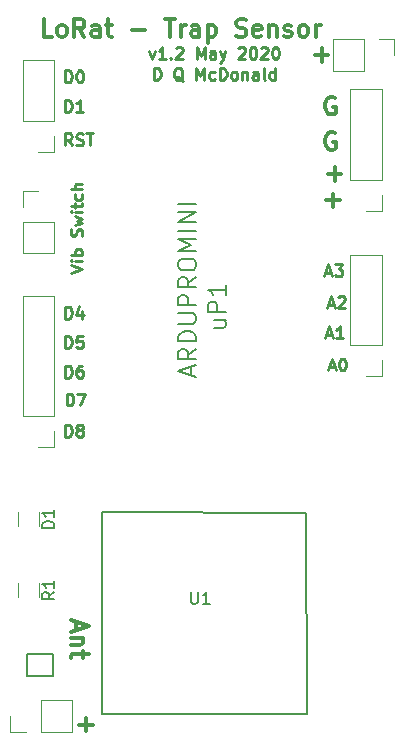
<source format=gbr>
G04 #@! TF.GenerationSoftware,KiCad,Pcbnew,(5.1.2-1)-1*
G04 #@! TF.CreationDate,2020-05-14T07:39:01+12:00*
G04 #@! TF.ProjectId,RatTrapSensorPCB,52617454-7261-4705-9365-6e736f725043,1.0*
G04 #@! TF.SameCoordinates,Original*
G04 #@! TF.FileFunction,Legend,Top*
G04 #@! TF.FilePolarity,Positive*
%FSLAX46Y46*%
G04 Gerber Fmt 4.6, Leading zero omitted, Abs format (unit mm)*
G04 Created by KiCad (PCBNEW (5.1.2-1)-1) date 2020-05-14 07:39:01*
%MOMM*%
%LPD*%
G04 APERTURE LIST*
%ADD10C,0.300000*%
%ADD11C,0.250000*%
%ADD12C,0.120000*%
%ADD13C,0.150000*%
G04 APERTURE END LIST*
D10*
X147278571Y-161382142D02*
X148421428Y-161382142D01*
X147850000Y-161953571D02*
X147850000Y-160810714D01*
X147000000Y-152660714D02*
X147000000Y-153375000D01*
X146571428Y-152517857D02*
X148071428Y-153017857D01*
X146571428Y-153517857D01*
X147571428Y-154017857D02*
X146571428Y-154017857D01*
X147428571Y-154017857D02*
X147500000Y-154089285D01*
X147571428Y-154232142D01*
X147571428Y-154446428D01*
X147500000Y-154589285D01*
X147357142Y-154660714D01*
X146571428Y-154660714D01*
X147571428Y-155160714D02*
X147571428Y-155732142D01*
X148071428Y-155375000D02*
X146785714Y-155375000D01*
X146642857Y-155446428D01*
X146571428Y-155589285D01*
X146571428Y-155732142D01*
D11*
X146086904Y-137002380D02*
X146086904Y-136002380D01*
X146325000Y-136002380D01*
X146467857Y-136050000D01*
X146563095Y-136145238D01*
X146610714Y-136240476D01*
X146658333Y-136430952D01*
X146658333Y-136573809D01*
X146610714Y-136764285D01*
X146563095Y-136859523D01*
X146467857Y-136954761D01*
X146325000Y-137002380D01*
X146086904Y-137002380D01*
X147229761Y-136430952D02*
X147134523Y-136383333D01*
X147086904Y-136335714D01*
X147039285Y-136240476D01*
X147039285Y-136192857D01*
X147086904Y-136097619D01*
X147134523Y-136050000D01*
X147229761Y-136002380D01*
X147420238Y-136002380D01*
X147515476Y-136050000D01*
X147563095Y-136097619D01*
X147610714Y-136192857D01*
X147610714Y-136240476D01*
X147563095Y-136335714D01*
X147515476Y-136383333D01*
X147420238Y-136430952D01*
X147229761Y-136430952D01*
X147134523Y-136478571D01*
X147086904Y-136526190D01*
X147039285Y-136621428D01*
X147039285Y-136811904D01*
X147086904Y-136907142D01*
X147134523Y-136954761D01*
X147229761Y-137002380D01*
X147420238Y-137002380D01*
X147515476Y-136954761D01*
X147563095Y-136907142D01*
X147610714Y-136811904D01*
X147610714Y-136621428D01*
X147563095Y-136526190D01*
X147515476Y-136478571D01*
X147420238Y-136430952D01*
X146211904Y-134352380D02*
X146211904Y-133352380D01*
X146450000Y-133352380D01*
X146592857Y-133400000D01*
X146688095Y-133495238D01*
X146735714Y-133590476D01*
X146783333Y-133780952D01*
X146783333Y-133923809D01*
X146735714Y-134114285D01*
X146688095Y-134209523D01*
X146592857Y-134304761D01*
X146450000Y-134352380D01*
X146211904Y-134352380D01*
X147116666Y-133352380D02*
X147783333Y-133352380D01*
X147354761Y-134352380D01*
X146086904Y-132002380D02*
X146086904Y-131002380D01*
X146325000Y-131002380D01*
X146467857Y-131050000D01*
X146563095Y-131145238D01*
X146610714Y-131240476D01*
X146658333Y-131430952D01*
X146658333Y-131573809D01*
X146610714Y-131764285D01*
X146563095Y-131859523D01*
X146467857Y-131954761D01*
X146325000Y-132002380D01*
X146086904Y-132002380D01*
X147515476Y-131002380D02*
X147325000Y-131002380D01*
X147229761Y-131050000D01*
X147182142Y-131097619D01*
X147086904Y-131240476D01*
X147039285Y-131430952D01*
X147039285Y-131811904D01*
X147086904Y-131907142D01*
X147134523Y-131954761D01*
X147229761Y-132002380D01*
X147420238Y-132002380D01*
X147515476Y-131954761D01*
X147563095Y-131907142D01*
X147610714Y-131811904D01*
X147610714Y-131573809D01*
X147563095Y-131478571D01*
X147515476Y-131430952D01*
X147420238Y-131383333D01*
X147229761Y-131383333D01*
X147134523Y-131430952D01*
X147086904Y-131478571D01*
X147039285Y-131573809D01*
X146086904Y-129502380D02*
X146086904Y-128502380D01*
X146325000Y-128502380D01*
X146467857Y-128550000D01*
X146563095Y-128645238D01*
X146610714Y-128740476D01*
X146658333Y-128930952D01*
X146658333Y-129073809D01*
X146610714Y-129264285D01*
X146563095Y-129359523D01*
X146467857Y-129454761D01*
X146325000Y-129502380D01*
X146086904Y-129502380D01*
X147563095Y-128502380D02*
X147086904Y-128502380D01*
X147039285Y-128978571D01*
X147086904Y-128930952D01*
X147182142Y-128883333D01*
X147420238Y-128883333D01*
X147515476Y-128930952D01*
X147563095Y-128978571D01*
X147610714Y-129073809D01*
X147610714Y-129311904D01*
X147563095Y-129407142D01*
X147515476Y-129454761D01*
X147420238Y-129502380D01*
X147182142Y-129502380D01*
X147086904Y-129454761D01*
X147039285Y-129407142D01*
X146086904Y-127002380D02*
X146086904Y-126002380D01*
X146325000Y-126002380D01*
X146467857Y-126050000D01*
X146563095Y-126145238D01*
X146610714Y-126240476D01*
X146658333Y-126430952D01*
X146658333Y-126573809D01*
X146610714Y-126764285D01*
X146563095Y-126859523D01*
X146467857Y-126954761D01*
X146325000Y-127002380D01*
X146086904Y-127002380D01*
X147515476Y-126335714D02*
X147515476Y-127002380D01*
X147277380Y-125954761D02*
X147039285Y-126669047D01*
X147658333Y-126669047D01*
X146552380Y-123109523D02*
X147552380Y-122776190D01*
X146552380Y-122442857D01*
X147552380Y-122109523D02*
X146885714Y-122109523D01*
X146552380Y-122109523D02*
X146600000Y-122157142D01*
X146647619Y-122109523D01*
X146600000Y-122061904D01*
X146552380Y-122109523D01*
X146647619Y-122109523D01*
X147552380Y-121633333D02*
X146552380Y-121633333D01*
X146933333Y-121633333D02*
X146885714Y-121538095D01*
X146885714Y-121347619D01*
X146933333Y-121252380D01*
X146980952Y-121204761D01*
X147076190Y-121157142D01*
X147361904Y-121157142D01*
X147457142Y-121204761D01*
X147504761Y-121252380D01*
X147552380Y-121347619D01*
X147552380Y-121538095D01*
X147504761Y-121633333D01*
X147504761Y-120014285D02*
X147552380Y-119871428D01*
X147552380Y-119633333D01*
X147504761Y-119538095D01*
X147457142Y-119490476D01*
X147361904Y-119442857D01*
X147266666Y-119442857D01*
X147171428Y-119490476D01*
X147123809Y-119538095D01*
X147076190Y-119633333D01*
X147028571Y-119823809D01*
X146980952Y-119919047D01*
X146933333Y-119966666D01*
X146838095Y-120014285D01*
X146742857Y-120014285D01*
X146647619Y-119966666D01*
X146600000Y-119919047D01*
X146552380Y-119823809D01*
X146552380Y-119585714D01*
X146600000Y-119442857D01*
X146885714Y-119109523D02*
X147552380Y-118919047D01*
X147076190Y-118728571D01*
X147552380Y-118538095D01*
X146885714Y-118347619D01*
X147552380Y-117966666D02*
X146885714Y-117966666D01*
X146552380Y-117966666D02*
X146600000Y-118014285D01*
X146647619Y-117966666D01*
X146600000Y-117919047D01*
X146552380Y-117966666D01*
X146647619Y-117966666D01*
X146885714Y-117633333D02*
X146885714Y-117252380D01*
X146552380Y-117490476D02*
X147409523Y-117490476D01*
X147504761Y-117442857D01*
X147552380Y-117347619D01*
X147552380Y-117252380D01*
X147504761Y-116490476D02*
X147552380Y-116585714D01*
X147552380Y-116776190D01*
X147504761Y-116871428D01*
X147457142Y-116919047D01*
X147361904Y-116966666D01*
X147076190Y-116966666D01*
X146980952Y-116919047D01*
X146933333Y-116871428D01*
X146885714Y-116776190D01*
X146885714Y-116585714D01*
X146933333Y-116490476D01*
X147552380Y-116061904D02*
X146552380Y-116061904D01*
X147552380Y-115633333D02*
X147028571Y-115633333D01*
X146933333Y-115680952D01*
X146885714Y-115776190D01*
X146885714Y-115919047D01*
X146933333Y-116014285D01*
X146980952Y-116061904D01*
X146652380Y-112327380D02*
X146319047Y-111851190D01*
X146080952Y-112327380D02*
X146080952Y-111327380D01*
X146461904Y-111327380D01*
X146557142Y-111375000D01*
X146604761Y-111422619D01*
X146652380Y-111517857D01*
X146652380Y-111660714D01*
X146604761Y-111755952D01*
X146557142Y-111803571D01*
X146461904Y-111851190D01*
X146080952Y-111851190D01*
X147033333Y-112279761D02*
X147176190Y-112327380D01*
X147414285Y-112327380D01*
X147509523Y-112279761D01*
X147557142Y-112232142D01*
X147604761Y-112136904D01*
X147604761Y-112041666D01*
X147557142Y-111946428D01*
X147509523Y-111898809D01*
X147414285Y-111851190D01*
X147223809Y-111803571D01*
X147128571Y-111755952D01*
X147080952Y-111708333D01*
X147033333Y-111613095D01*
X147033333Y-111517857D01*
X147080952Y-111422619D01*
X147128571Y-111375000D01*
X147223809Y-111327380D01*
X147461904Y-111327380D01*
X147604761Y-111375000D01*
X147890476Y-111327380D02*
X148461904Y-111327380D01*
X148176190Y-112327380D02*
X148176190Y-111327380D01*
X146086904Y-109502380D02*
X146086904Y-108502380D01*
X146325000Y-108502380D01*
X146467857Y-108550000D01*
X146563095Y-108645238D01*
X146610714Y-108740476D01*
X146658333Y-108930952D01*
X146658333Y-109073809D01*
X146610714Y-109264285D01*
X146563095Y-109359523D01*
X146467857Y-109454761D01*
X146325000Y-109502380D01*
X146086904Y-109502380D01*
X147610714Y-109502380D02*
X147039285Y-109502380D01*
X147325000Y-109502380D02*
X147325000Y-108502380D01*
X147229761Y-108645238D01*
X147134523Y-108740476D01*
X147039285Y-108788095D01*
X146086904Y-107002380D02*
X146086904Y-106002380D01*
X146325000Y-106002380D01*
X146467857Y-106050000D01*
X146563095Y-106145238D01*
X146610714Y-106240476D01*
X146658333Y-106430952D01*
X146658333Y-106573809D01*
X146610714Y-106764285D01*
X146563095Y-106859523D01*
X146467857Y-106954761D01*
X146325000Y-107002380D01*
X146086904Y-107002380D01*
X147277380Y-106002380D02*
X147372619Y-106002380D01*
X147467857Y-106050000D01*
X147515476Y-106097619D01*
X147563095Y-106192857D01*
X147610714Y-106383333D01*
X147610714Y-106621428D01*
X147563095Y-106811904D01*
X147515476Y-106907142D01*
X147467857Y-106954761D01*
X147372619Y-107002380D01*
X147277380Y-107002380D01*
X147182142Y-106954761D01*
X147134523Y-106907142D01*
X147086904Y-106811904D01*
X147039285Y-106621428D01*
X147039285Y-106383333D01*
X147086904Y-106192857D01*
X147134523Y-106097619D01*
X147182142Y-106050000D01*
X147277380Y-106002380D01*
X168435714Y-131116666D02*
X168911904Y-131116666D01*
X168340476Y-131402380D02*
X168673809Y-130402380D01*
X169007142Y-131402380D01*
X169530952Y-130402380D02*
X169626190Y-130402380D01*
X169721428Y-130450000D01*
X169769047Y-130497619D01*
X169816666Y-130592857D01*
X169864285Y-130783333D01*
X169864285Y-131021428D01*
X169816666Y-131211904D01*
X169769047Y-131307142D01*
X169721428Y-131354761D01*
X169626190Y-131402380D01*
X169530952Y-131402380D01*
X169435714Y-131354761D01*
X169388095Y-131307142D01*
X169340476Y-131211904D01*
X169292857Y-131021428D01*
X169292857Y-130783333D01*
X169340476Y-130592857D01*
X169388095Y-130497619D01*
X169435714Y-130450000D01*
X169530952Y-130402380D01*
X168185714Y-128366666D02*
X168661904Y-128366666D01*
X168090476Y-128652380D02*
X168423809Y-127652380D01*
X168757142Y-128652380D01*
X169614285Y-128652380D02*
X169042857Y-128652380D01*
X169328571Y-128652380D02*
X169328571Y-127652380D01*
X169233333Y-127795238D01*
X169138095Y-127890476D01*
X169042857Y-127938095D01*
X168335714Y-125816666D02*
X168811904Y-125816666D01*
X168240476Y-126102380D02*
X168573809Y-125102380D01*
X168907142Y-126102380D01*
X169192857Y-125197619D02*
X169240476Y-125150000D01*
X169335714Y-125102380D01*
X169573809Y-125102380D01*
X169669047Y-125150000D01*
X169716666Y-125197619D01*
X169764285Y-125292857D01*
X169764285Y-125388095D01*
X169716666Y-125530952D01*
X169145238Y-126102380D01*
X169764285Y-126102380D01*
X168135714Y-123141666D02*
X168611904Y-123141666D01*
X168040476Y-123427380D02*
X168373809Y-122427380D01*
X168707142Y-123427380D01*
X168945238Y-122427380D02*
X169564285Y-122427380D01*
X169230952Y-122808333D01*
X169373809Y-122808333D01*
X169469047Y-122855952D01*
X169516666Y-122903571D01*
X169564285Y-122998809D01*
X169564285Y-123236904D01*
X169516666Y-123332142D01*
X169469047Y-123379761D01*
X169373809Y-123427380D01*
X169088095Y-123427380D01*
X168992857Y-123379761D01*
X168945238Y-123332142D01*
D10*
X168942857Y-108300000D02*
X168800000Y-108228571D01*
X168585714Y-108228571D01*
X168371428Y-108300000D01*
X168228571Y-108442857D01*
X168157142Y-108585714D01*
X168085714Y-108871428D01*
X168085714Y-109085714D01*
X168157142Y-109371428D01*
X168228571Y-109514285D01*
X168371428Y-109657142D01*
X168585714Y-109728571D01*
X168728571Y-109728571D01*
X168942857Y-109657142D01*
X169014285Y-109585714D01*
X169014285Y-109085714D01*
X168728571Y-109085714D01*
X168942857Y-111300000D02*
X168800000Y-111228571D01*
X168585714Y-111228571D01*
X168371428Y-111300000D01*
X168228571Y-111442857D01*
X168157142Y-111585714D01*
X168085714Y-111871428D01*
X168085714Y-112085714D01*
X168157142Y-112371428D01*
X168228571Y-112514285D01*
X168371428Y-112657142D01*
X168585714Y-112728571D01*
X168728571Y-112728571D01*
X168942857Y-112657142D01*
X169014285Y-112585714D01*
X169014285Y-112085714D01*
X168728571Y-112085714D01*
X168178571Y-117007142D02*
X169321428Y-117007142D01*
X168750000Y-117578571D02*
X168750000Y-116435714D01*
X168328571Y-114782142D02*
X169471428Y-114782142D01*
X168900000Y-115353571D02*
X168900000Y-114210714D01*
X167228571Y-104707142D02*
X168371428Y-104707142D01*
X167800000Y-105278571D02*
X167800000Y-104135714D01*
D11*
X153225000Y-104360714D02*
X153463095Y-105027380D01*
X153701190Y-104360714D01*
X154605952Y-105027380D02*
X154034523Y-105027380D01*
X154320238Y-105027380D02*
X154320238Y-104027380D01*
X154225000Y-104170238D01*
X154129761Y-104265476D01*
X154034523Y-104313095D01*
X155034523Y-104932142D02*
X155082142Y-104979761D01*
X155034523Y-105027380D01*
X154986904Y-104979761D01*
X155034523Y-104932142D01*
X155034523Y-105027380D01*
X155463095Y-104122619D02*
X155510714Y-104075000D01*
X155605952Y-104027380D01*
X155844047Y-104027380D01*
X155939285Y-104075000D01*
X155986904Y-104122619D01*
X156034523Y-104217857D01*
X156034523Y-104313095D01*
X155986904Y-104455952D01*
X155415476Y-105027380D01*
X156034523Y-105027380D01*
X157225000Y-105027380D02*
X157225000Y-104027380D01*
X157558333Y-104741666D01*
X157891666Y-104027380D01*
X157891666Y-105027380D01*
X158796428Y-105027380D02*
X158796428Y-104503571D01*
X158748809Y-104408333D01*
X158653571Y-104360714D01*
X158463095Y-104360714D01*
X158367857Y-104408333D01*
X158796428Y-104979761D02*
X158701190Y-105027380D01*
X158463095Y-105027380D01*
X158367857Y-104979761D01*
X158320238Y-104884523D01*
X158320238Y-104789285D01*
X158367857Y-104694047D01*
X158463095Y-104646428D01*
X158701190Y-104646428D01*
X158796428Y-104598809D01*
X159177380Y-104360714D02*
X159415476Y-105027380D01*
X159653571Y-104360714D02*
X159415476Y-105027380D01*
X159320238Y-105265476D01*
X159272619Y-105313095D01*
X159177380Y-105360714D01*
X160748809Y-104122619D02*
X160796428Y-104075000D01*
X160891666Y-104027380D01*
X161129761Y-104027380D01*
X161225000Y-104075000D01*
X161272619Y-104122619D01*
X161320238Y-104217857D01*
X161320238Y-104313095D01*
X161272619Y-104455952D01*
X160701190Y-105027380D01*
X161320238Y-105027380D01*
X161939285Y-104027380D02*
X162034523Y-104027380D01*
X162129761Y-104075000D01*
X162177380Y-104122619D01*
X162225000Y-104217857D01*
X162272619Y-104408333D01*
X162272619Y-104646428D01*
X162225000Y-104836904D01*
X162177380Y-104932142D01*
X162129761Y-104979761D01*
X162034523Y-105027380D01*
X161939285Y-105027380D01*
X161844047Y-104979761D01*
X161796428Y-104932142D01*
X161748809Y-104836904D01*
X161701190Y-104646428D01*
X161701190Y-104408333D01*
X161748809Y-104217857D01*
X161796428Y-104122619D01*
X161844047Y-104075000D01*
X161939285Y-104027380D01*
X162653571Y-104122619D02*
X162701190Y-104075000D01*
X162796428Y-104027380D01*
X163034523Y-104027380D01*
X163129761Y-104075000D01*
X163177380Y-104122619D01*
X163225000Y-104217857D01*
X163225000Y-104313095D01*
X163177380Y-104455952D01*
X162605952Y-105027380D01*
X163225000Y-105027380D01*
X163844047Y-104027380D02*
X163939285Y-104027380D01*
X164034523Y-104075000D01*
X164082142Y-104122619D01*
X164129761Y-104217857D01*
X164177380Y-104408333D01*
X164177380Y-104646428D01*
X164129761Y-104836904D01*
X164082142Y-104932142D01*
X164034523Y-104979761D01*
X163939285Y-105027380D01*
X163844047Y-105027380D01*
X163748809Y-104979761D01*
X163701190Y-104932142D01*
X163653571Y-104836904D01*
X163605952Y-104646428D01*
X163605952Y-104408333D01*
X163653571Y-104217857D01*
X163701190Y-104122619D01*
X163748809Y-104075000D01*
X163844047Y-104027380D01*
X153605952Y-106777380D02*
X153605952Y-105777380D01*
X153844047Y-105777380D01*
X153986904Y-105825000D01*
X154082142Y-105920238D01*
X154129761Y-106015476D01*
X154177380Y-106205952D01*
X154177380Y-106348809D01*
X154129761Y-106539285D01*
X154082142Y-106634523D01*
X153986904Y-106729761D01*
X153844047Y-106777380D01*
X153605952Y-106777380D01*
X156034523Y-106872619D02*
X155939285Y-106825000D01*
X155844047Y-106729761D01*
X155701190Y-106586904D01*
X155605952Y-106539285D01*
X155510714Y-106539285D01*
X155558333Y-106777380D02*
X155463095Y-106729761D01*
X155367857Y-106634523D01*
X155320238Y-106444047D01*
X155320238Y-106110714D01*
X155367857Y-105920238D01*
X155463095Y-105825000D01*
X155558333Y-105777380D01*
X155748809Y-105777380D01*
X155844047Y-105825000D01*
X155939285Y-105920238D01*
X155986904Y-106110714D01*
X155986904Y-106444047D01*
X155939285Y-106634523D01*
X155844047Y-106729761D01*
X155748809Y-106777380D01*
X155558333Y-106777380D01*
X157177380Y-106777380D02*
X157177380Y-105777380D01*
X157510714Y-106491666D01*
X157844047Y-105777380D01*
X157844047Y-106777380D01*
X158748809Y-106729761D02*
X158653571Y-106777380D01*
X158463095Y-106777380D01*
X158367857Y-106729761D01*
X158320238Y-106682142D01*
X158272619Y-106586904D01*
X158272619Y-106301190D01*
X158320238Y-106205952D01*
X158367857Y-106158333D01*
X158463095Y-106110714D01*
X158653571Y-106110714D01*
X158748809Y-106158333D01*
X159177380Y-106777380D02*
X159177380Y-105777380D01*
X159415476Y-105777380D01*
X159558333Y-105825000D01*
X159653571Y-105920238D01*
X159701190Y-106015476D01*
X159748809Y-106205952D01*
X159748809Y-106348809D01*
X159701190Y-106539285D01*
X159653571Y-106634523D01*
X159558333Y-106729761D01*
X159415476Y-106777380D01*
X159177380Y-106777380D01*
X160320238Y-106777380D02*
X160225000Y-106729761D01*
X160177380Y-106682142D01*
X160129761Y-106586904D01*
X160129761Y-106301190D01*
X160177380Y-106205952D01*
X160225000Y-106158333D01*
X160320238Y-106110714D01*
X160463095Y-106110714D01*
X160558333Y-106158333D01*
X160605952Y-106205952D01*
X160653571Y-106301190D01*
X160653571Y-106586904D01*
X160605952Y-106682142D01*
X160558333Y-106729761D01*
X160463095Y-106777380D01*
X160320238Y-106777380D01*
X161082142Y-106110714D02*
X161082142Y-106777380D01*
X161082142Y-106205952D02*
X161129761Y-106158333D01*
X161225000Y-106110714D01*
X161367857Y-106110714D01*
X161463095Y-106158333D01*
X161510714Y-106253571D01*
X161510714Y-106777380D01*
X162415476Y-106777380D02*
X162415476Y-106253571D01*
X162367857Y-106158333D01*
X162272619Y-106110714D01*
X162082142Y-106110714D01*
X161986904Y-106158333D01*
X162415476Y-106729761D02*
X162320238Y-106777380D01*
X162082142Y-106777380D01*
X161986904Y-106729761D01*
X161939285Y-106634523D01*
X161939285Y-106539285D01*
X161986904Y-106444047D01*
X162082142Y-106396428D01*
X162320238Y-106396428D01*
X162415476Y-106348809D01*
X163034523Y-106777380D02*
X162939285Y-106729761D01*
X162891666Y-106634523D01*
X162891666Y-105777380D01*
X163844047Y-106777380D02*
X163844047Y-105777380D01*
X163844047Y-106729761D02*
X163748809Y-106777380D01*
X163558333Y-106777380D01*
X163463095Y-106729761D01*
X163415476Y-106682142D01*
X163367857Y-106586904D01*
X163367857Y-106301190D01*
X163415476Y-106205952D01*
X163463095Y-106158333D01*
X163558333Y-106110714D01*
X163748809Y-106110714D01*
X163844047Y-106158333D01*
D10*
X145007142Y-103153571D02*
X144292857Y-103153571D01*
X144292857Y-101653571D01*
X145721428Y-103153571D02*
X145578571Y-103082142D01*
X145507142Y-103010714D01*
X145435714Y-102867857D01*
X145435714Y-102439285D01*
X145507142Y-102296428D01*
X145578571Y-102225000D01*
X145721428Y-102153571D01*
X145935714Y-102153571D01*
X146078571Y-102225000D01*
X146149999Y-102296428D01*
X146221428Y-102439285D01*
X146221428Y-102867857D01*
X146149999Y-103010714D01*
X146078571Y-103082142D01*
X145935714Y-103153571D01*
X145721428Y-103153571D01*
X147721428Y-103153571D02*
X147221428Y-102439285D01*
X146864285Y-103153571D02*
X146864285Y-101653571D01*
X147435714Y-101653571D01*
X147578571Y-101725000D01*
X147649999Y-101796428D01*
X147721428Y-101939285D01*
X147721428Y-102153571D01*
X147649999Y-102296428D01*
X147578571Y-102367857D01*
X147435714Y-102439285D01*
X146864285Y-102439285D01*
X149007142Y-103153571D02*
X149007142Y-102367857D01*
X148935714Y-102225000D01*
X148792857Y-102153571D01*
X148507142Y-102153571D01*
X148364285Y-102225000D01*
X149007142Y-103082142D02*
X148864285Y-103153571D01*
X148507142Y-103153571D01*
X148364285Y-103082142D01*
X148292857Y-102939285D01*
X148292857Y-102796428D01*
X148364285Y-102653571D01*
X148507142Y-102582142D01*
X148864285Y-102582142D01*
X149007142Y-102510714D01*
X149507142Y-102153571D02*
X150078571Y-102153571D01*
X149721428Y-101653571D02*
X149721428Y-102939285D01*
X149792857Y-103082142D01*
X149935714Y-103153571D01*
X150078571Y-103153571D01*
X151721428Y-102582142D02*
X152864285Y-102582142D01*
X154507142Y-101653571D02*
X155364285Y-101653571D01*
X154935714Y-103153571D02*
X154935714Y-101653571D01*
X155864285Y-103153571D02*
X155864285Y-102153571D01*
X155864285Y-102439285D02*
X155935714Y-102296428D01*
X156007142Y-102225000D01*
X156149999Y-102153571D01*
X156292857Y-102153571D01*
X157435714Y-103153571D02*
X157435714Y-102367857D01*
X157364285Y-102225000D01*
X157221428Y-102153571D01*
X156935714Y-102153571D01*
X156792857Y-102225000D01*
X157435714Y-103082142D02*
X157292857Y-103153571D01*
X156935714Y-103153571D01*
X156792857Y-103082142D01*
X156721428Y-102939285D01*
X156721428Y-102796428D01*
X156792857Y-102653571D01*
X156935714Y-102582142D01*
X157292857Y-102582142D01*
X157435714Y-102510714D01*
X158149999Y-102153571D02*
X158149999Y-103653571D01*
X158149999Y-102225000D02*
X158292857Y-102153571D01*
X158578571Y-102153571D01*
X158721428Y-102225000D01*
X158792857Y-102296428D01*
X158864285Y-102439285D01*
X158864285Y-102867857D01*
X158792857Y-103010714D01*
X158721428Y-103082142D01*
X158578571Y-103153571D01*
X158292857Y-103153571D01*
X158149999Y-103082142D01*
X160578571Y-103082142D02*
X160792857Y-103153571D01*
X161149999Y-103153571D01*
X161292857Y-103082142D01*
X161364285Y-103010714D01*
X161435714Y-102867857D01*
X161435714Y-102725000D01*
X161364285Y-102582142D01*
X161292857Y-102510714D01*
X161149999Y-102439285D01*
X160864285Y-102367857D01*
X160721428Y-102296428D01*
X160649999Y-102225000D01*
X160578571Y-102082142D01*
X160578571Y-101939285D01*
X160649999Y-101796428D01*
X160721428Y-101725000D01*
X160864285Y-101653571D01*
X161221428Y-101653571D01*
X161435714Y-101725000D01*
X162649999Y-103082142D02*
X162507142Y-103153571D01*
X162221428Y-103153571D01*
X162078571Y-103082142D01*
X162007142Y-102939285D01*
X162007142Y-102367857D01*
X162078571Y-102225000D01*
X162221428Y-102153571D01*
X162507142Y-102153571D01*
X162649999Y-102225000D01*
X162721428Y-102367857D01*
X162721428Y-102510714D01*
X162007142Y-102653571D01*
X163364285Y-102153571D02*
X163364285Y-103153571D01*
X163364285Y-102296428D02*
X163435714Y-102225000D01*
X163578571Y-102153571D01*
X163792857Y-102153571D01*
X163935714Y-102225000D01*
X164007142Y-102367857D01*
X164007142Y-103153571D01*
X164650000Y-103082142D02*
X164792857Y-103153571D01*
X165078571Y-103153571D01*
X165221428Y-103082142D01*
X165292857Y-102939285D01*
X165292857Y-102867857D01*
X165221428Y-102725000D01*
X165078571Y-102653571D01*
X164864285Y-102653571D01*
X164721428Y-102582142D01*
X164650000Y-102439285D01*
X164650000Y-102367857D01*
X164721428Y-102225000D01*
X164864285Y-102153571D01*
X165078571Y-102153571D01*
X165221428Y-102225000D01*
X166149999Y-103153571D02*
X166007142Y-103082142D01*
X165935714Y-103010714D01*
X165864285Y-102867857D01*
X165864285Y-102439285D01*
X165935714Y-102296428D01*
X166007142Y-102225000D01*
X166149999Y-102153571D01*
X166364285Y-102153571D01*
X166507142Y-102225000D01*
X166578571Y-102296428D01*
X166649999Y-102439285D01*
X166649999Y-102867857D01*
X166578571Y-103010714D01*
X166507142Y-103082142D01*
X166364285Y-103153571D01*
X166149999Y-103153571D01*
X167292857Y-103153571D02*
X167292857Y-102153571D01*
X167292857Y-102439285D02*
X167364285Y-102296428D01*
X167435714Y-102225000D01*
X167578571Y-102153571D01*
X167721428Y-102153571D01*
D12*
X142120000Y-144600000D02*
X142120000Y-143400000D01*
X143880000Y-143400000D02*
X143880000Y-144600000D01*
X145155000Y-105140000D02*
X142495000Y-105140000D01*
X145155000Y-110280000D02*
X145155000Y-105140000D01*
X142495000Y-110280000D02*
X142495000Y-105140000D01*
X145155000Y-110280000D02*
X142495000Y-110280000D01*
X145155000Y-111550000D02*
X145155000Y-112880000D01*
X145155000Y-112880000D02*
X143825000Y-112880000D01*
X145155000Y-125060000D02*
X142495000Y-125060000D01*
X145155000Y-135280000D02*
X145155000Y-125060000D01*
X142495000Y-135280000D02*
X142495000Y-125060000D01*
X145155000Y-135280000D02*
X142495000Y-135280000D01*
X145155000Y-136550000D02*
X145155000Y-137880000D01*
X145155000Y-137880000D02*
X143825000Y-137880000D01*
X172880000Y-121600000D02*
X170220000Y-121600000D01*
X172880000Y-129280000D02*
X172880000Y-121600000D01*
X170220000Y-129280000D02*
X170220000Y-121600000D01*
X172880000Y-129280000D02*
X170220000Y-129280000D01*
X172880000Y-130550000D02*
X172880000Y-131880000D01*
X172880000Y-131880000D02*
X171550000Y-131880000D01*
X172880000Y-107600000D02*
X170220000Y-107600000D01*
X172880000Y-115280000D02*
X172880000Y-107600000D01*
X170220000Y-115280000D02*
X170220000Y-107600000D01*
X172880000Y-115280000D02*
X170220000Y-115280000D01*
X172880000Y-116550000D02*
X172880000Y-117880000D01*
X172880000Y-117880000D02*
X171550000Y-117880000D01*
X168755000Y-103345000D02*
X168755000Y-106005000D01*
X171355000Y-103345000D02*
X168755000Y-103345000D01*
X171355000Y-106005000D02*
X168755000Y-106005000D01*
X171355000Y-103345000D02*
X171355000Y-106005000D01*
X172625000Y-103345000D02*
X173955000Y-103345000D01*
X173955000Y-103345000D02*
X173955000Y-104675000D01*
X142120000Y-150600000D02*
X142120000Y-149400000D01*
X143880000Y-149400000D02*
X143880000Y-150600000D01*
X142495000Y-121420000D02*
X145155000Y-121420000D01*
X142495000Y-118820000D02*
X142495000Y-121420000D01*
X145155000Y-118820000D02*
X145155000Y-121420000D01*
X142495000Y-118820000D02*
X145155000Y-118820000D01*
X142495000Y-117550000D02*
X142495000Y-116220000D01*
X142495000Y-116220000D02*
X143825000Y-116220000D01*
D13*
X149200000Y-160500000D02*
X149200000Y-143500000D01*
X166500000Y-160500000D02*
X149200000Y-160500000D01*
X166500000Y-143500000D02*
X166600000Y-160500000D01*
X166500000Y-143500000D02*
X149200000Y-143400000D01*
X142850000Y-155375000D02*
X142850000Y-157275000D01*
X142850000Y-157275000D02*
X145050000Y-157275000D01*
X145050000Y-157275000D02*
X145050000Y-155375000D01*
X145050000Y-155375000D02*
X142850000Y-155375000D01*
D12*
X146645000Y-161980000D02*
X146645000Y-159320000D01*
X144045000Y-161980000D02*
X146645000Y-161980000D01*
X144045000Y-159320000D02*
X146645000Y-159320000D01*
X144045000Y-161980000D02*
X144045000Y-159320000D01*
X142775000Y-161980000D02*
X141445000Y-161980000D01*
X141445000Y-161980000D02*
X141445000Y-160650000D01*
D13*
X145152380Y-144738095D02*
X144152380Y-144738095D01*
X144152380Y-144500000D01*
X144200000Y-144357142D01*
X144295238Y-144261904D01*
X144390476Y-144214285D01*
X144580952Y-144166666D01*
X144723809Y-144166666D01*
X144914285Y-144214285D01*
X145009523Y-144261904D01*
X145104761Y-144357142D01*
X145152380Y-144500000D01*
X145152380Y-144738095D01*
X145152380Y-143214285D02*
X145152380Y-143785714D01*
X145152380Y-143500000D02*
X144152380Y-143500000D01*
X144295238Y-143595238D01*
X144390476Y-143690476D01*
X144438095Y-143785714D01*
X145152380Y-150166666D02*
X144676190Y-150500000D01*
X145152380Y-150738095D02*
X144152380Y-150738095D01*
X144152380Y-150357142D01*
X144200000Y-150261904D01*
X144247619Y-150214285D01*
X144342857Y-150166666D01*
X144485714Y-150166666D01*
X144580952Y-150214285D01*
X144628571Y-150261904D01*
X144676190Y-150357142D01*
X144676190Y-150738095D01*
X145152380Y-149214285D02*
X145152380Y-149785714D01*
X145152380Y-149500000D02*
X144152380Y-149500000D01*
X144295238Y-149595238D01*
X144390476Y-149690476D01*
X144438095Y-149785714D01*
X156738095Y-150152380D02*
X156738095Y-150961904D01*
X156785714Y-151057142D01*
X156833333Y-151104761D01*
X156928571Y-151152380D01*
X157119047Y-151152380D01*
X157214285Y-151104761D01*
X157261904Y-151057142D01*
X157309523Y-150961904D01*
X157309523Y-150152380D01*
X158309523Y-151152380D02*
X157738095Y-151152380D01*
X158023809Y-151152380D02*
X158023809Y-150152380D01*
X157928571Y-150295238D01*
X157833333Y-150390476D01*
X157738095Y-150438095D01*
X158678571Y-127142857D02*
X159678571Y-127142857D01*
X158678571Y-127785714D02*
X159464285Y-127785714D01*
X159607142Y-127714285D01*
X159678571Y-127571428D01*
X159678571Y-127357142D01*
X159607142Y-127214285D01*
X159535714Y-127142857D01*
X159678571Y-126428571D02*
X158178571Y-126428571D01*
X158178571Y-125857142D01*
X158250000Y-125714285D01*
X158321428Y-125642857D01*
X158464285Y-125571428D01*
X158678571Y-125571428D01*
X158821428Y-125642857D01*
X158892857Y-125714285D01*
X158964285Y-125857142D01*
X158964285Y-126428571D01*
X159678571Y-124142857D02*
X159678571Y-125000000D01*
X159678571Y-124571428D02*
X158178571Y-124571428D01*
X158392857Y-124714285D01*
X158535714Y-124857142D01*
X158607142Y-125000000D01*
X156750000Y-131785714D02*
X156750000Y-131071428D01*
X157178571Y-131928571D02*
X155678571Y-131428571D01*
X157178571Y-130928571D01*
X157178571Y-129571428D02*
X156464285Y-130071428D01*
X157178571Y-130428571D02*
X155678571Y-130428571D01*
X155678571Y-129857142D01*
X155750000Y-129714285D01*
X155821428Y-129642857D01*
X155964285Y-129571428D01*
X156178571Y-129571428D01*
X156321428Y-129642857D01*
X156392857Y-129714285D01*
X156464285Y-129857142D01*
X156464285Y-130428571D01*
X157178571Y-128928571D02*
X155678571Y-128928571D01*
X155678571Y-128571428D01*
X155750000Y-128357142D01*
X155892857Y-128214285D01*
X156035714Y-128142857D01*
X156321428Y-128071428D01*
X156535714Y-128071428D01*
X156821428Y-128142857D01*
X156964285Y-128214285D01*
X157107142Y-128357142D01*
X157178571Y-128571428D01*
X157178571Y-128928571D01*
X155678571Y-127428571D02*
X156892857Y-127428571D01*
X157035714Y-127357142D01*
X157107142Y-127285714D01*
X157178571Y-127142857D01*
X157178571Y-126857142D01*
X157107142Y-126714285D01*
X157035714Y-126642857D01*
X156892857Y-126571428D01*
X155678571Y-126571428D01*
X157178571Y-125857142D02*
X155678571Y-125857142D01*
X155678571Y-125285714D01*
X155750000Y-125142857D01*
X155821428Y-125071428D01*
X155964285Y-125000000D01*
X156178571Y-125000000D01*
X156321428Y-125071428D01*
X156392857Y-125142857D01*
X156464285Y-125285714D01*
X156464285Y-125857142D01*
X157178571Y-123500000D02*
X156464285Y-124000000D01*
X157178571Y-124357142D02*
X155678571Y-124357142D01*
X155678571Y-123785714D01*
X155750000Y-123642857D01*
X155821428Y-123571428D01*
X155964285Y-123500000D01*
X156178571Y-123500000D01*
X156321428Y-123571428D01*
X156392857Y-123642857D01*
X156464285Y-123785714D01*
X156464285Y-124357142D01*
X155678571Y-122571428D02*
X155678571Y-122285714D01*
X155750000Y-122142857D01*
X155892857Y-122000000D01*
X156178571Y-121928571D01*
X156678571Y-121928571D01*
X156964285Y-122000000D01*
X157107142Y-122142857D01*
X157178571Y-122285714D01*
X157178571Y-122571428D01*
X157107142Y-122714285D01*
X156964285Y-122857142D01*
X156678571Y-122928571D01*
X156178571Y-122928571D01*
X155892857Y-122857142D01*
X155750000Y-122714285D01*
X155678571Y-122571428D01*
X157178571Y-121285714D02*
X155678571Y-121285714D01*
X156750000Y-120785714D01*
X155678571Y-120285714D01*
X157178571Y-120285714D01*
X157178571Y-119571428D02*
X155678571Y-119571428D01*
X157178571Y-118857142D02*
X155678571Y-118857142D01*
X157178571Y-118000000D01*
X155678571Y-118000000D01*
X157178571Y-117285714D02*
X155678571Y-117285714D01*
M02*

</source>
